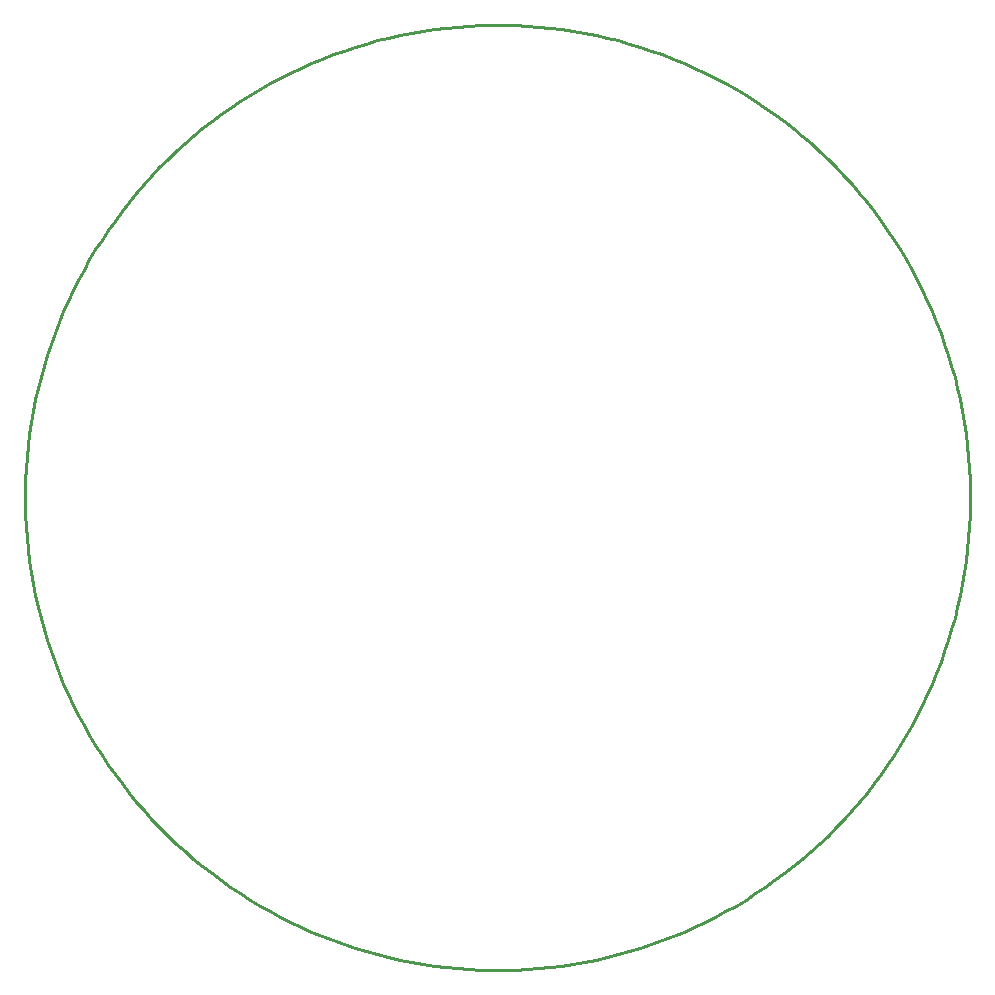
<source format=gbr>
G04 EAGLE Gerber RS-274X export*
G75*
%MOMM*%
%FSLAX34Y34*%
%LPD*%
%IN*%
%IPPOS*%
%AMOC8*
5,1,8,0,0,1.08239X$1,22.5*%
G01*
%ADD10C,0.254000*%


D10*
X900000Y495091D02*
X900000Y504909D01*
X899759Y514724D01*
X899277Y524530D01*
X898555Y534322D01*
X897593Y544092D01*
X896391Y553836D01*
X894950Y563548D01*
X893272Y573221D01*
X891356Y582851D01*
X889205Y592430D01*
X886820Y601954D01*
X884201Y611416D01*
X881351Y620811D01*
X878271Y630134D01*
X874964Y639378D01*
X871430Y648538D01*
X867673Y657609D01*
X863695Y666584D01*
X859497Y675460D01*
X855083Y684229D01*
X850454Y692888D01*
X845615Y701431D01*
X840568Y709852D01*
X835315Y718146D01*
X829861Y726310D01*
X824207Y734337D01*
X818359Y742223D01*
X812318Y749963D01*
X806090Y757552D01*
X799677Y764986D01*
X793084Y772261D01*
X786314Y779372D01*
X779372Y786314D01*
X772261Y793084D01*
X764986Y799677D01*
X757552Y806090D01*
X749963Y812318D01*
X742223Y818359D01*
X734337Y824207D01*
X726310Y829861D01*
X718146Y835315D01*
X709852Y840568D01*
X701431Y845615D01*
X692888Y850454D01*
X684229Y855083D01*
X675460Y859497D01*
X666584Y863695D01*
X657609Y867673D01*
X648538Y871430D01*
X639378Y874964D01*
X630134Y878271D01*
X620811Y881351D01*
X611416Y884201D01*
X601954Y886820D01*
X592430Y889205D01*
X582851Y891356D01*
X573221Y893272D01*
X563548Y894950D01*
X553836Y896391D01*
X544092Y897593D01*
X534322Y898555D01*
X524530Y899277D01*
X514724Y899759D01*
X504909Y900000D01*
X495091Y900000D01*
X485276Y899759D01*
X475470Y899277D01*
X465679Y898555D01*
X455908Y897593D01*
X446164Y896391D01*
X436452Y894950D01*
X426779Y893272D01*
X417149Y891356D01*
X407570Y889205D01*
X398046Y886820D01*
X388584Y884201D01*
X379189Y881351D01*
X369866Y878271D01*
X360622Y874964D01*
X351462Y871430D01*
X342391Y867673D01*
X333416Y863695D01*
X324540Y859497D01*
X315771Y855083D01*
X307112Y850454D01*
X298569Y845615D01*
X290148Y840568D01*
X281854Y835315D01*
X273690Y829861D01*
X265663Y824207D01*
X257777Y818359D01*
X250037Y812318D01*
X242448Y806090D01*
X235014Y799677D01*
X227739Y793084D01*
X220628Y786314D01*
X213686Y779372D01*
X206916Y772261D01*
X200323Y764986D01*
X193910Y757552D01*
X187682Y749963D01*
X181641Y742223D01*
X175793Y734337D01*
X170139Y726310D01*
X164685Y718146D01*
X159432Y709852D01*
X154385Y701431D01*
X149546Y692888D01*
X144917Y684229D01*
X140503Y675460D01*
X136305Y666584D01*
X132327Y657609D01*
X128570Y648538D01*
X125036Y639378D01*
X121729Y630134D01*
X118649Y620811D01*
X115799Y611416D01*
X113180Y601954D01*
X110795Y592430D01*
X108644Y582851D01*
X106728Y573221D01*
X105050Y563548D01*
X103609Y553836D01*
X102407Y544092D01*
X101445Y534322D01*
X100723Y524530D01*
X100241Y514724D01*
X100000Y504909D01*
X100000Y495091D01*
X100241Y485276D01*
X100723Y475470D01*
X101445Y465679D01*
X102407Y455908D01*
X103609Y446164D01*
X105050Y436452D01*
X106728Y426779D01*
X108644Y417149D01*
X110795Y407570D01*
X113180Y398046D01*
X115799Y388584D01*
X118649Y379189D01*
X121729Y369866D01*
X125036Y360622D01*
X128570Y351462D01*
X132327Y342391D01*
X136305Y333416D01*
X140503Y324540D01*
X144917Y315771D01*
X149546Y307112D01*
X154385Y298569D01*
X159432Y290148D01*
X164685Y281854D01*
X170139Y273690D01*
X175793Y265663D01*
X181641Y257777D01*
X187682Y250037D01*
X193910Y242448D01*
X200323Y235014D01*
X206916Y227739D01*
X213686Y220628D01*
X220628Y213686D01*
X227739Y206916D01*
X235014Y200323D01*
X242448Y193910D01*
X250037Y187682D01*
X257777Y181641D01*
X265663Y175793D01*
X273690Y170139D01*
X281854Y164685D01*
X290148Y159432D01*
X298569Y154385D01*
X307112Y149546D01*
X315771Y144917D01*
X324540Y140503D01*
X333416Y136305D01*
X342391Y132327D01*
X351462Y128570D01*
X360622Y125036D01*
X369866Y121729D01*
X379189Y118649D01*
X388584Y115799D01*
X398046Y113180D01*
X407570Y110795D01*
X417149Y108644D01*
X426779Y106728D01*
X436452Y105050D01*
X446164Y103609D01*
X455908Y102407D01*
X465679Y101445D01*
X475470Y100723D01*
X485276Y100241D01*
X495091Y100000D01*
X504909Y100000D01*
X514724Y100241D01*
X524530Y100723D01*
X534322Y101445D01*
X544092Y102407D01*
X553836Y103609D01*
X563548Y105050D01*
X573221Y106728D01*
X582851Y108644D01*
X592430Y110795D01*
X601954Y113180D01*
X611416Y115799D01*
X620811Y118649D01*
X630134Y121729D01*
X639378Y125036D01*
X648538Y128570D01*
X657609Y132327D01*
X666584Y136305D01*
X675460Y140503D01*
X684229Y144917D01*
X692888Y149546D01*
X701431Y154385D01*
X709852Y159432D01*
X718146Y164685D01*
X726310Y170139D01*
X734337Y175793D01*
X742223Y181641D01*
X749963Y187682D01*
X757552Y193910D01*
X764986Y200323D01*
X772261Y206916D01*
X779372Y213686D01*
X786314Y220628D01*
X793084Y227739D01*
X799677Y235014D01*
X806090Y242448D01*
X812318Y250037D01*
X818359Y257777D01*
X824207Y265663D01*
X829861Y273690D01*
X835315Y281854D01*
X840568Y290148D01*
X845615Y298569D01*
X850454Y307112D01*
X855083Y315771D01*
X859497Y324540D01*
X863695Y333416D01*
X867673Y342391D01*
X871430Y351462D01*
X874964Y360622D01*
X878271Y369866D01*
X881351Y379189D01*
X884201Y388584D01*
X886820Y398046D01*
X889205Y407570D01*
X891356Y417149D01*
X893272Y426779D01*
X894950Y436452D01*
X896391Y446164D01*
X897593Y455908D01*
X898555Y465679D01*
X899277Y475470D01*
X899759Y485276D01*
X900000Y495091D01*
M02*

</source>
